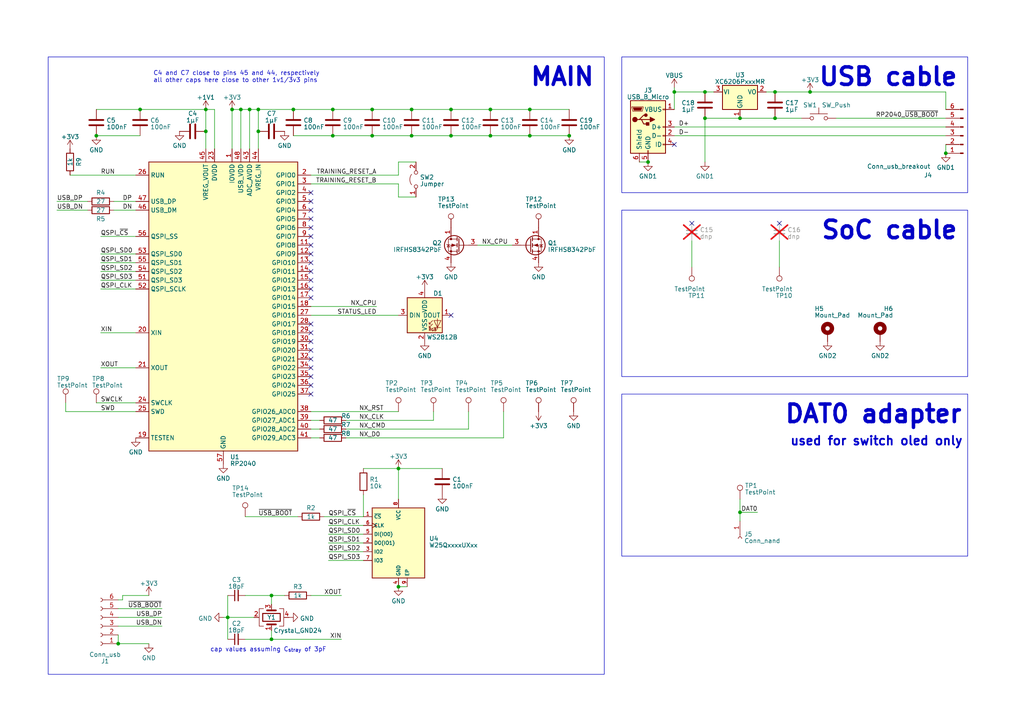
<source format=kicad_sch>
(kicad_sch (version 20230121) (generator eeschema)
  (paper "A4")
  (lib_symbols
    (symbol "Connector:Conn_01x01_Socket" (pin_names (offset 1.016) hide)
      (property "Reference" "J" (at 0 2.54 0))
      (property "Value" "Conn_01x01_Socket" (at 0 -2.54 0))
      (symbol "Conn_01x01_Socket_1_1"
        (pin passive line (at -5.08 0 0) (length 3.81) (name "Pin_1") (number "1"))
      )
    )
    (symbol "Connector:Conn_01x06_Pin" (pin_names (offset 1.016) hide)
      (property "Reference" "J" (at 0 7.62 0))
      (property "Value" "Conn_01x06_Pin" (at 0 -10.16 0))
      (symbol "Conn_01x06_Pin_1_1"
        (pin passive line (at 5.08 5.08 180) (length 3.81) (name "Pin_1") (number "1"))
        (pin passive line (at 5.08 2.54 180) (length 3.81) (name "Pin_2") (number "2"))
        (pin passive line (at 5.08 0 180) (length 3.81) (name "Pin_3") (number "3"))
        (pin passive line (at 5.08 -2.54 180) (length 3.81) (name "Pin_4") (number "4"))
        (pin passive line (at 5.08 -5.08 180) (length 3.81) (name "Pin_5") (number "5"))
        (pin passive line (at 5.08 -7.62 180) (length 3.81) (name "Pin_6") (number "6"))
      )
    )
    (symbol "Connector:Conn_01x06_Socket" (pin_names (offset 1.016) hide)
      (property "Reference" "J" (at 0 7.62 0))
      (property "Value" "Conn_01x06_Socket" (at 0 -10.16 0))
      (symbol "Conn_01x06_Socket_1_1"
        (pin passive line (at -5.08 5.08 0) (length 3.81) (name "Pin_1") (number "1"))
        (pin passive line (at -5.08 2.54 0) (length 3.81) (name "Pin_2") (number "2"))
        (pin passive line (at -5.08 0 0) (length 3.81) (name "Pin_3") (number "3"))
        (pin passive line (at -5.08 -2.54 0) (length 3.81) (name "Pin_4") (number "4"))
        (pin passive line (at -5.08 -5.08 0) (length 3.81) (name "Pin_5") (number "5"))
        (pin passive line (at -5.08 -7.62 0) (length 3.81) (name "Pin_6") (number "6"))
      )
    )
    (symbol "Connector:TestPoint" (pin_numbers hide) (pin_names (offset 0.762) hide)
      (property "Reference" "TP" (at 0 6.858 0))
      (property "Value" "TestPoint" (at 0 5.08 0))
      (symbol "TestPoint_1_1"
        (pin passive line (at 0 0 90) (length 2.54) (name "1") (number "1"))
      )
    )
    (symbol "Connector:USB_B_Micro" (pin_names (offset 1.016))
      (property "Reference" "J" (at -5.08 11.43 0))
      (property "Value" "USB_B_Micro" (at -5.08 8.89 0))
      (symbol "USB_B_Micro_1_1"
        (pin power_out line (at 7.62 5.08 180) (length 2.54) (name "VBUS") (number "1"))
        (pin bidirectional line (at 7.62 -2.54 180) (length 2.54) (name "D-") (number "2"))
        (pin bidirectional line (at 7.62 0 180) (length 2.54) (name "D+") (number "3"))
        (pin passive line (at 7.62 -5.08 180) (length 2.54) (name "ID") (number "4"))
        (pin power_out line (at 0 -10.16 90) (length 2.54) (name "GND") (number "5"))
        (pin passive line (at -2.54 -10.16 90) (length 2.54) (name "Shield") (number "6"))
      )
    )
    (symbol "Device:C" (pin_numbers hide) (pin_names (offset 0.254))
      (property "Reference" "C" (at 0.635 2.54 0))
      (property "Value" "C" (at 0.635 -2.54 0))
      (symbol "C_1_1"
        (pin passive line (at 0 3.81 270) (length 2.794) (name "~") (number "1"))
        (pin passive line (at 0 -3.81 90) (length 2.794) (name "~") (number "2"))
      )
    )
    (symbol "Device:C_Small" (pin_numbers hide) (pin_names (offset 0.254) hide)
      (property "Reference" "C" (at 0.254 1.778 0))
      (property "Value" "C_Small" (at 0.254 -2.032 0))
      (symbol "C_Small_1_1"
        (pin passive line (at 0 2.54 270) (length 2.032) (name "~") (number "1"))
        (pin passive line (at 0 -2.54 90) (length 2.032) (name "~") (number "2"))
      )
    )
    (symbol "Device:Crystal_GND24" (pin_names (offset 1.016) hide)
      (property "Reference" "Y" (at 3.175 5.08 0))
      (property "Value" "Crystal_GND24" (at 3.175 3.175 0))
      (symbol "Crystal_GND24_1_1"
        (pin passive line (at -3.81 0 0) (length 1.27) (name "1") (number "1"))
        (pin passive line (at 0 5.08 270) (length 1.27) (name "2") (number "2"))
        (pin passive line (at 3.81 0 180) (length 1.27) (name "3") (number "3"))
        (pin passive line (at 0 -5.08 90) (length 1.27) (name "4") (number "4"))
      )
    )
    (symbol "Device:R" (pin_numbers hide) (pin_names (offset 0))
      (property "Reference" "R" (at 2.032 0 90))
      (property "Value" "R" (at 0 0 90))
      (symbol "R_1_1"
        (pin passive line (at 0 3.81 270) (length 1.27) (name "~") (number "1"))
        (pin passive line (at 0 -3.81 90) (length 1.27) (name "~") (number "2"))
      )
    )
    (symbol "Jumper:Jumper_2_Open" (pin_names (offset 0) hide)
      (property "Reference" "JP" (at 0 2.794 0))
      (property "Value" "Jumper_2_Open" (at 0 -2.286 0))
      (symbol "Jumper_2_Open_1_1"
        (pin passive line (at -5.08 0 0) (length 2.54) (name "A") (number "1"))
        (pin passive line (at 5.08 0 180) (length 2.54) (name "B") (number "2"))
      )
    )
    (symbol "MCU_RaspberryPi:RP2040"
      (property "Reference" "U" (at 17.78 45.72 0))
      (property "Value" "RP2040" (at 17.78 43.18 0))
      (symbol "RP2040_1_1"
        (pin power_in line (at 2.54 45.72 270) (length 3.81) (name "IOVDD") (number "1"))
        (pin passive line (at 2.54 45.72 270) (length 3.81) hide (name "IOVDD") (number "10"))
        (pin bidirectional line (at 25.4 17.78 180) (length 3.81) (name "GPIO8") (number "11"))
        (pin bidirectional line (at 25.4 15.24 180) (length 3.81) (name "GPIO9") (number "12"))
        (pin bidirectional line (at 25.4 12.7 180) (length 3.81) (name "GPIO10") (number "13"))
        (pin bidirectional line (at 25.4 10.16 180) (length 3.81) (name "GPIO11") (number "14"))
        (pin bidirectional line (at 25.4 7.62 180) (length 3.81) (name "GPIO12") (number "15"))
        (pin bidirectional line (at 25.4 5.08 180) (length 3.81) (name "GPIO13") (number "16"))
        (pin bidirectional line (at 25.4 2.54 180) (length 3.81) (name "GPIO14") (number "17"))
        (pin bidirectional line (at 25.4 0 180) (length 3.81) (name "GPIO15") (number "18"))
        (pin input line (at -25.4 -38.1 0) (length 3.81) (name "TESTEN") (number "19"))
        (pin bidirectional line (at 25.4 38.1 180) (length 3.81) (name "GPIO0") (number "2"))
        (pin input line (at -25.4 -7.62 0) (length 3.81) (name "XIN") (number "20"))
        (pin passive line (at -25.4 -17.78 0) (length 3.81) (name "XOUT") (number "21"))
        (pin passive line (at 2.54 45.72 270) (length 3.81) hide (name "IOVDD") (number "22"))
        (pin power_in line (at -2.54 45.72 270) (length 3.81) (name "DVDD") (number "23"))
        (pin input line (at -25.4 -27.94 0) (length 3.81) (name "SWCLK") (number "24"))
        (pin bidirectional line (at -25.4 -30.48 0) (length 3.81) (name "SWD") (number "25"))
        (pin input line (at -25.4 38.1 0) (length 3.81) (name "RUN") (number "26"))
        (pin bidirectional line (at 25.4 -2.54 180) (length 3.81) (name "GPIO16") (number "27"))
        (pin bidirectional line (at 25.4 -5.08 180) (length 3.81) (name "GPIO17") (number "28"))
        (pin bidirectional line (at 25.4 -7.62 180) (length 3.81) (name "GPIO18") (number "29"))
        (pin bidirectional line (at 25.4 35.56 180) (length 3.81) (name "GPIO1") (number "3"))
        (pin bidirectional line (at 25.4 -10.16 180) (length 3.81) (name "GPIO19") (number "30"))
        (pin bidirectional line (at 25.4 -12.7 180) (length 3.81) (name "GPIO20") (number "31"))
        (pin bidirectional line (at 25.4 -15.24 180) (length 3.81) (name "GPIO21") (number "32"))
        (pin passive line (at 2.54 45.72 270) (length 3.81) hide (name "IOVDD") (number "33"))
        (pin bidirectional line (at 25.4 -17.78 180) (length 3.81) (name "GPIO22") (number "34"))
        (pin bidirectional line (at 25.4 -20.32 180) (length 3.81) (name "GPIO23") (number "35"))
        (pin bidirectional line (at 25.4 -22.86 180) (length 3.81) (name "GPIO24") (number "36"))
        (pin bidirectional line (at 25.4 -25.4 180) (length 3.81) (name "GPIO25") (number "37"))
        (pin bidirectional line (at 25.4 -30.48 180) (length 3.81) (name "GPIO26_ADC0") (number "38"))
        (pin bidirectional line (at 25.4 -33.02 180) (length 3.81) (name "GPIO27_ADC1") (number "39"))
        (pin bidirectional line (at 25.4 33.02 180) (length 3.81) (name "GPIO2") (number "4"))
        (pin bidirectional line (at 25.4 -35.56 180) (length 3.81) (name "GPIO28_ADC2") (number "40"))
        (pin bidirectional line (at 25.4 -38.1 180) (length 3.81) (name "GPIO29_ADC3") (number "41"))
        (pin passive line (at 2.54 45.72 270) (length 3.81) hide (name "IOVDD") (number "42"))
        (pin power_in line (at 7.62 45.72 270) (length 3.81) (name "ADC_AVDD") (number "43"))
        (pin power_in line (at 10.16 45.72 270) (length 3.81) (name "VREG_IN") (number "44"))
        (pin power_out line (at -5.08 45.72 270) (length 3.81) (name "VREG_VOUT") (number "45"))
        (pin bidirectional line (at -25.4 27.94 0) (length 3.81) (name "USB_DM") (number "46"))
        (pin bidirectional line (at -25.4 30.48 0) (length 3.81) (name "USB_DP") (number "47"))
        (pin power_in line (at 5.08 45.72 270) (length 3.81) (name "USB_VDD") (number "48"))
        (pin passive line (at 2.54 45.72 270) (length 3.81) hide (name "IOVDD") (number "49"))
        (pin bidirectional line (at 25.4 30.48 180) (length 3.81) (name "GPIO3") (number "5"))
        (pin passive line (at -2.54 45.72 270) (length 3.81) hide (name "DVDD") (number "50"))
        (pin bidirectional line (at -25.4 7.62 0) (length 3.81) (name "QSPI_SD3") (number "51"))
        (pin output line (at -25.4 5.08 0) (length 3.81) (name "QSPI_SCLK") (number "52"))
        (pin bidirectional line (at -25.4 15.24 0) (length 3.81) (name "QSPI_SD0") (number "53"))
        (pin bidirectional line (at -25.4 10.16 0) (length 3.81) (name "QSPI_SD2") (number "54"))
        (pin bidirectional line (at -25.4 12.7 0) (length 3.81) (name "QSPI_SD1") (number "55"))
        (pin bidirectional line (at -25.4 20.32 0) (length 3.81) (name "QSPI_SS") (number "56"))
        (pin power_in line (at 0 -45.72 90) (length 3.81) (name "GND") (number "57"))
        (pin bidirectional line (at 25.4 27.94 180) (length 3.81) (name "GPIO4") (number "6"))
        (pin bidirectional line (at 25.4 25.4 180) (length 3.81) (name "GPIO5") (number "7"))
        (pin bidirectional line (at 25.4 22.86 180) (length 3.81) (name "GPIO6") (number "8"))
        (pin bidirectional line (at 25.4 20.32 180) (length 3.81) (name "GPIO7") (number "9"))
      )
    )
    (symbol "Mechanical:MountingHole_Pad" (pin_numbers hide) (pin_names (offset 1.016) hide)
      (property "Reference" "H" (at 0 6.35 0))
      (property "Value" "MountingHole_Pad" (at 0 4.445 0))
      (symbol "MountingHole_Pad_1_1"
        (pin input line (at 0 -2.54 90) (length 2.54) (name "1") (number "1"))
      )
    )
    (symbol "Regulator_Linear:XC6206PxxxMR" (pin_names (offset 0.254))
      (property "Reference" "U" (at -3.81 3.175 0))
      (property "Value" "XC6206PxxxMR" (at 0 3.175 0))
      (symbol "XC6206PxxxMR_1_1"
        (pin power_in line (at 0 -7.62 90) (length 2.54) (name "GND") (number "1"))
        (pin power_out line (at 7.62 0 180) (length 2.54) (name "VO") (number "2"))
        (pin power_in line (at -7.62 0 0) (length 2.54) (name "VI") (number "3"))
      )
    )
    (symbol "Switch:SW_Push" (pin_numbers hide) (pin_names (offset 1.016) hide)
      (property "Reference" "SW" (at 1.27 2.54 0))
      (property "Value" "SW_Push" (at 0 -1.524 0))
      (symbol "SW_Push_0_1"
        (pin passive line (at -5.08 0 0) (length 2.54) (name "1") (number "1"))
        (pin passive line (at 5.08 0 180) (length 2.54) (name "2") (number "2"))
      )
    )
    (symbol "flexifly:IRFHS8342PbF"
      (property "Reference" "Q" (at 3.81 5.08 0))
      (property "Value" "IRFHS8342PbF" (at 10.16 2.54 0))
      (symbol "IRFHS8342PbF_1_1"
        (pin passive line (at 1.27 5.08 270) (length 2.54) (name "") (number "1"))
        (pin passive line (at 1.27 5.08 270) (length 2.54) hide (name "") (number "2"))
        (pin passive line (at -6.35 0 0) (length 2.54) (name "") (number "3"))
        (pin passive line (at 1.27 -5.08 90) (length 2.54) (name "") (number "4"))
        (pin passive line (at 1.27 5.08 270) (length 2.54) hide (name "") (number "5"))
        (pin passive line (at 1.27 5.08 270) (length 2.54) hide (name "") (number "6"))
        (pin passive line (at 1.27 -5.08 90) (length 2.54) hide (name "") (number "7"))
        (pin passive line (at 1.27 5.08 270) (length 2.54) hide (name "") (number "8"))
      )
    )
    (symbol "flexifly:W25QxxxxUXxx"
      (property "Reference" "U" (at -6.35 11.43 0))
      (property "Value" "W25QxxxxUXxx" (at -8.89 -11.43 0))
      (symbol "W25QxxxxUXxx_0_0"
        (pin input line (at -10.16 7.62 0) (length 2.54) (name "~{CS}") (number "1"))
        (pin bidirectional line (at -10.16 0 0) (length 2.54) (name "DO(IO1)") (number "2"))
        (pin bidirectional line (at -10.16 -2.54 0) (length 2.54) (name "IO2") (number "3"))
        (pin power_in line (at 0 -12.7 90) (length 2.54) (name "GND") (number "4"))
        (pin bidirectional line (at -10.16 2.54 0) (length 2.54) (name "DI(IO0)") (number "5"))
        (pin input clock (at -10.16 5.08 0) (length 2.54) (name "CLK") (number "6"))
        (pin bidirectional line (at -10.16 -5.08 0) (length 2.54) (name "IO3") (number "7"))
      )
      (symbol "W25QxxxxUXxx_1_0"
        (pin power_in line (at 0 12.7 270) (length 2.54) (name "VCC") (number "8"))
        (pin power_in line (at 2.54 -12.7 90) (length 2.54) (name "EP") (number "9"))
      )
    )
    (symbol "flexifly:WS2812B-2020"
      (property "Reference" "U" (at 3.81 6.35 0))
      (property "Value" "WS2812B-2020" (at 0 0 0))
      (symbol "WS2812B-2020_0_0"
        (text "RGB" (at 2.286 -4.191 0) (effects (font (size 0.762 0.762))))
      )
      (symbol "WS2812B-2020_1_1"
        (pin output line (at 7.62 0 180) (length 2.54) (name "DOUT") (number "1"))
        (pin power_in line (at 0 -7.62 90) (length 2.54) (name "VSS") (number "2"))
        (pin input line (at -7.62 0 0) (length 2.54) (name "DIN") (number "3"))
        (pin power_in line (at 0 7.62 270) (length 2.54) (name "VDD") (number "4"))
      )
    )
    (symbol "power:+1V1" (power) (pin_names (offset 0))
      (property "Value" "+1V1" (at 0 3.556 0))
      (symbol "+1V1_1_1"
        (pin power_in line (at 0 0 90) (length 0) hide (name "+1V1") (number "1"))
      )
    )
    (symbol "power:+3V3" (power) (pin_names (offset 0))
      (property "Value" "+3V3" (at 0 3.556 0))
      (symbol "+3V3_1_1"
        (pin power_in line (at 0 0 90) (length 0) hide (name "+3V3") (number "1"))
      )
    )
    (symbol "power:GND" (power) (pin_names (offset 0))
      (property "Value" "GND" (at 0 -3.81 0))
      (symbol "GND_1_1"
        (pin power_in line (at 0 0 270) (length 0) hide (name "GND") (number "1"))
      )
    )
    (symbol "power:GND1" (power) (pin_names (offset 0))
      (property "Value" "GND1" (at 0 -3.81 0))
      (symbol "GND1_1_1"
        (pin power_in line (at 0 0 270) (length 0) hide (name "GND1") (number "1"))
      )
    )
    (symbol "power:GND2" (power) (pin_names (offset 0))
      (property "Value" "GND2" (at 0 -3.81 0))
      (symbol "GND2_1_1"
        (pin power_in line (at 0 0 270) (length 0) hide (name "GND2") (number "1"))
      )
    )
    (symbol "power:VBUS" (power) (pin_names (offset 0))
      (property "Value" "VBUS" (at 0 3.81 0))
      (symbol "VBUS_1_1"
        (pin power_in line (at 0 0 90) (length 0) hide (name "VBUS") (number "1"))
      )
    )
  )
  (junction (at 27.94 39.37))
  (junction (at 85.09 31.75))
  (junction (at 214.63 34.29))
  (junction (at 214.63 148.59))
  (junction (at 74.93 31.75))
  (junction (at 204.47 34.29))
  (junction (at 34.29 186.69))
  (junction (at 59.69 38.1))
  (junction (at 224.79 34.29))
  (junction (at 96.52 31.75))
  (junction (at 234.95 26.67))
  (junction (at 66.04 179.07))
  (junction (at 119.38 39.37))
  (junction (at 130.81 31.75))
  (junction (at 72.39 31.75))
  (junction (at 96.52 39.37))
  (junction (at 165.1 39.37))
  (junction (at 142.24 31.75))
  (junction (at 204.47 26.67))
  (junction (at 187.96 46.99))
  (junction (at 78.74 185.42))
  (junction (at 153.67 39.37))
  (junction (at 119.38 31.75))
  (junction (at 195.58 26.67))
  (junction (at 69.85 31.75))
  (junction (at 67.31 31.75))
  (junction (at 107.95 31.75))
  (junction (at 224.79 26.67))
  (junction (at 142.24 39.37))
  (junction (at 78.74 172.72))
  (junction (at 59.69 31.75))
  (junction (at 130.81 39.37))
  (junction (at 115.57 135.89))
  (junction (at 40.64 31.75))
  (junction (at 115.57 170.18))
  (junction (at 274.32 44.45))
  (junction (at 74.93 38.1))
  (junction (at 153.67 31.75))
  (junction (at 107.95 39.37))
  (no_connect (at 90.17 71.12))
  (no_connect (at 90.17 60.96))
  (no_connect (at 90.17 99.06))
  (no_connect (at 90.17 68.58))
  (no_connect (at 90.17 114.3))
  (no_connect (at 195.58 41.91))
  (no_connect (at 90.17 109.22))
  (no_connect (at 90.17 63.5))
  (no_connect (at 90.17 104.14))
  (no_connect (at 90.17 93.98))
  (no_connect (at 90.17 55.88))
  (no_connect (at 90.17 106.68))
  (no_connect (at 90.17 111.76))
  (no_connect (at 90.17 83.82))
  (no_connect (at 90.17 73.66))
  (no_connect (at 90.17 96.52))
  (no_connect (at 90.17 86.36))
  (no_connect (at 90.17 76.2))
  (no_connect (at 90.17 81.28))
  (no_connect (at 226.06 64.77))
  (no_connect (at 130.81 91.44))
  (no_connect (at 90.17 78.74))
  (no_connect (at 90.17 66.04))
  (no_connect (at 90.17 58.42))
  (no_connect (at 200.66 64.77))
  (no_connect (at 90.17 101.6))
  (wire (pts (xy 115.57 57.15) (xy 120.65 57.15)))
  (wire (pts (xy 224.79 26.67) (xy 234.95 26.67)))
  (wire (pts (xy 242.57 34.29) (xy 274.32 34.29)))
  (wire (pts (xy 71.12 149.86) (xy 86.36 149.86)))
  (wire (pts (xy 195.58 36.83) (xy 274.32 36.83)))
  (wire (pts (xy 138.43 71.12) (xy 148.59 71.12)))
  (wire (pts (xy 224.79 34.29) (xy 232.41 34.29)))
  (wire (pts (xy 78.74 182.88) (xy 78.74 185.42)))
  (wire (pts (xy 72.39 31.75) (xy 72.39 43.18)))
  (wire (pts (xy 95.25 152.4) (xy 105.41 152.4)))
  (wire (pts (xy 71.12 172.72) (xy 78.74 172.72)))
  (wire (pts (xy 33.02 60.96) (xy 39.37 60.96)))
  (wire (pts (xy 100.33 124.46) (xy 135.89 124.46)))
  (wire (pts (xy 66.04 179.07) (xy 73.66 179.07)))
  (wire (pts (xy 195.58 39.37) (xy 274.32 39.37)))
  (wire (pts (xy 214.63 148.59) (xy 214.63 151.13)))
  (wire (pts (xy 130.81 31.75) (xy 142.24 31.75)))
  (wire (pts (xy 29.21 106.68) (xy 39.37 106.68)))
  (wire (pts (xy 115.57 53.34) (xy 115.57 57.15)))
  (wire (pts (xy 78.74 172.72) (xy 78.74 175.26)))
  (wire (pts (xy 34.29 186.69) (xy 43.18 186.69)))
  (wire (pts (xy 95.25 157.48) (xy 105.41 157.48)))
  (wire (pts (xy 66.04 179.07) (xy 66.04 185.42)))
  (wire (pts (xy 95.25 162.56) (xy 105.41 162.56)))
  (wire (pts (xy 20.32 50.8) (xy 39.37 50.8)))
  (wire (pts (xy 93.98 149.86) (xy 105.41 149.86)))
  (wire (pts (xy 100.33 127) (xy 146.05 127)))
  (wire (pts (xy 153.67 39.37) (xy 165.1 39.37)))
  (wire (pts (xy 66.04 172.72) (xy 66.04 179.07)))
  (wire (pts (xy 119.38 39.37) (xy 130.81 39.37)))
  (wire (pts (xy 16.51 58.42) (xy 25.4 58.42)))
  (wire (pts (xy 35.56 172.72) (xy 43.18 172.72)))
  (wire (pts (xy 27.94 31.75) (xy 40.64 31.75)))
  (wire (pts (xy 226.06 69.85) (xy 226.06 77.47)))
  (wire (pts (xy 120.65 46.99) (xy 115.57 46.99)))
  (wire (pts (xy 96.52 39.37) (xy 107.95 39.37)))
  (wire (pts (xy 95.25 154.94) (xy 105.41 154.94)))
  (wire (pts (xy 74.93 38.1) (xy 74.93 43.18)))
  (wire (pts (xy 130.81 39.37) (xy 142.24 39.37)))
  (wire (pts (xy 16.51 60.96) (xy 25.4 60.96)))
  (wire (pts (xy 29.21 73.66) (xy 39.37 73.66)))
  (wire (pts (xy 74.93 31.75) (xy 85.09 31.75)))
  (wire (pts (xy 119.38 31.75) (xy 130.81 31.75)))
  (wire (pts (xy 29.21 83.82) (xy 39.37 83.82)))
  (wire (pts (xy 214.63 34.29) (xy 224.79 34.29)))
  (wire (pts (xy 29.21 78.74) (xy 39.37 78.74)))
  (wire (pts (xy 234.95 26.67) (xy 274.32 26.67)))
  (wire (pts (xy 62.23 31.75) (xy 62.23 43.18)))
  (wire (pts (xy 64.77 179.07) (xy 66.04 179.07)))
  (wire (pts (xy 204.47 34.29) (xy 204.47 46.99)))
  (wire (pts (xy 46.99 181.61) (xy 34.29 181.61)))
  (wire (pts (xy 90.17 53.34) (xy 115.57 53.34)))
  (wire (pts (xy 35.56 173.99) (xy 34.29 173.99)))
  (wire (pts (xy 95.25 160.02) (xy 105.41 160.02)))
  (wire (pts (xy 142.24 39.37) (xy 153.67 39.37)))
  (wire (pts (xy 107.95 39.37) (xy 119.38 39.37)))
  (wire (pts (xy 59.69 43.18) (xy 59.69 38.1)))
  (wire (pts (xy 90.17 119.38) (xy 115.57 119.38)))
  (wire (pts (xy 78.74 172.72) (xy 82.55 172.72)))
  (wire (pts (xy 29.21 76.2) (xy 39.37 76.2)))
  (wire (pts (xy 115.57 46.99) (xy 115.57 50.8)))
  (wire (pts (xy 214.63 148.59) (xy 219.71 148.59)))
  (wire (pts (xy 74.93 31.75) (xy 74.93 38.1)))
  (wire (pts (xy 96.52 31.75) (xy 107.95 31.75)))
  (wire (pts (xy 135.89 119.38) (xy 135.89 124.46)))
  (wire (pts (xy 115.57 135.89) (xy 115.57 144.78)))
  (wire (pts (xy 195.58 26.67) (xy 195.58 31.75)))
  (wire (pts (xy 85.09 31.75) (xy 96.52 31.75)))
  (wire (pts (xy 34.29 184.15) (xy 34.29 186.69)))
  (wire (pts (xy 29.21 96.52) (xy 39.37 96.52)))
  (wire (pts (xy 67.31 31.75) (xy 69.85 31.75)))
  (wire (pts (xy 78.74 185.42) (xy 99.06 185.42)))
  (wire (pts (xy 274.32 31.75) (xy 274.32 26.67)))
  (wire (pts (xy 59.69 31.75) (xy 59.69 38.1)))
  (wire (pts (xy 90.17 127) (xy 92.71 127)))
  (wire (pts (xy 214.63 144.78) (xy 214.63 148.59)))
  (wire (pts (xy 200.66 69.85) (xy 200.66 77.47)))
  (wire (pts (xy 67.31 31.75) (xy 67.31 43.18)))
  (wire (pts (xy 125.73 119.38) (xy 125.73 121.92)))
  (wire (pts (xy 142.24 31.75) (xy 153.67 31.75)))
  (wire (pts (xy 274.32 41.91) (xy 274.32 44.45)))
  (wire (pts (xy 195.58 25.4) (xy 195.58 26.67)))
  (wire (pts (xy 90.17 121.92) (xy 92.71 121.92)))
  (wire (pts (xy 69.85 31.75) (xy 69.85 43.18)))
  (wire (pts (xy 35.56 172.72) (xy 35.56 173.99)))
  (wire (pts (xy 90.17 91.44) (xy 115.57 91.44)))
  (wire (pts (xy 115.57 170.18) (xy 118.11 170.18)))
  (wire (pts (xy 105.41 135.89) (xy 115.57 135.89)))
  (wire (pts (xy 204.47 34.29) (xy 214.63 34.29)))
  (wire (pts (xy 153.67 31.75) (xy 165.1 31.75)))
  (wire (pts (xy 69.85 31.75) (xy 72.39 31.75)))
  (wire (pts (xy 100.33 121.92) (xy 125.73 121.92)))
  (wire (pts (xy 85.09 39.37) (xy 96.52 39.37)))
  (wire (pts (xy 29.21 81.28) (xy 39.37 81.28)))
  (wire (pts (xy 19.05 119.38) (xy 19.05 116.84)))
  (wire (pts (xy 107.95 31.75) (xy 119.38 31.75)))
  (wire (pts (xy 33.02 58.42) (xy 39.37 58.42)))
  (wire (pts (xy 185.42 46.99) (xy 187.96 46.99)))
  (wire (pts (xy 27.94 116.84) (xy 39.37 116.84)))
  (wire (pts (xy 90.17 88.9) (xy 109.22 88.9)))
  (wire (pts (xy 29.21 68.58) (xy 39.37 68.58)))
  (wire (pts (xy 40.64 31.75) (xy 59.69 31.75)))
  (wire (pts (xy 90.17 172.72) (xy 99.06 172.72)))
  (wire (pts (xy 46.99 179.07) (xy 34.29 179.07)))
  (wire (pts (xy 72.39 31.75) (xy 74.93 31.75)))
  (wire (pts (xy 78.74 185.42) (xy 71.12 185.42)))
  (wire (pts (xy 146.05 119.38) (xy 146.05 127)))
  (wire (pts (xy 222.25 26.67) (xy 224.79 26.67)))
  (wire (pts (xy 90.17 124.46) (xy 92.71 124.46)))
  (wire (pts (xy 19.05 119.38) (xy 39.37 119.38)))
  (wire (pts (xy 27.94 39.37) (xy 40.64 39.37)))
  (wire (pts (xy 204.47 26.67) (xy 207.01 26.67)))
  (wire (pts (xy 115.57 135.89) (xy 128.27 135.89)))
  (wire (pts (xy 105.41 143.51) (xy 105.41 149.86)))
  (wire (pts (xy 59.69 31.75) (xy 62.23 31.75)))
  (wire (pts (xy 195.58 26.67) (xy 204.47 26.67)))
  (wire (pts (xy 90.17 50.8) (xy 115.57 50.8)))
  (wire (pts (xy 34.29 176.53) (xy 46.99 176.53)))
  (rectangle (start 180.34 114.3) (end 280.67 161.29))
  (rectangle (start 180.34 16.51) (end 280.67 55.88))
  (rectangle (start 180.34 60.96) (end 280.67 109.22))
  (rectangle (start 13.97 16.51) (end 175.26 195.58))
  (text "DAT0 adapter" (at 279.4 123.19 0) (effects (font (size 5.08 5.08) (thickness 1.016) bold) (justify right bottom)))
  (text "C4 and C7 close to pins 45 and 44, respectively\nall other caps here close to other 1v1/3v3 pins" (at 44.45 24.13 0) (effects (font (size 1.27 1.27)) (justify left bottom)))
  (text "MAIN" (at 172.72 25.4 0) (effects (font (size 5.08 5.08) (thickness 1.016) bold) (justify right bottom)))
  (text "SoC cable" (at 278.13 69.85 0) (effects (font (size 5.08 5.08) (thickness 1.016) bold) (justify right bottom)))
  (text "cap values assuming C_{stray} of 3pF" (at 60.96 189.23 0) (effects (font (size 1.27 1.27)) (justify left bottom)))
  (text "USB cable" (at 278.13 25.4 0) (effects (font (size 5.08 5.08) (thickness 1.016) bold) (justify right bottom)))
  (text "used for switch oled only" (at 279.4 129.54 0) (effects (font (size 2.54 2.54) (thickness 0.508) bold) (justify right bottom)))
  (label "USB_DP" (at 46.99 179.07 180))
  (label "QSPI_SD0" (at 95.25 154.94 0))
  (label "NX_D0" (at 104.14 127 0))
  (label "QSPI_SD1" (at 29.21 76.2 0))
  (label "XIN" (at 99.06 185.42 180))
  (label "RUN" (at 29.21 50.8 0))
  (label "STATUS_LED" (at 109.22 91.44 180))
  (label "USB_DN" (at 46.99 181.61 180))
  (label "USB_DN" (at 16.51 60.96 0))
  (label "QSPI_CLK" (at 95.25 152.4 0))
  (label "SWCLK" (at 29.21 116.84 0))
  (label "D-" (at 196.85 39.37 0))
  (label "DP" (at 35.56 58.42 0))
  (label "~{USB_BOOT}" (at 46.99 176.53 180))
  (label "D+" (at 196.85 36.83 0))
  (label "NX_CPU" (at 109.22 88.9 180))
  (label "QSPI_SD3" (at 29.21 81.28 0))
  (label "QSPI_SD2" (at 95.25 160.02 0))
  (label "DAT0" (at 219.71 148.59 180))
  (label "~{USB_BOOT}" (at 74.93 149.86 0))
  (label "NX_CMD" (at 104.14 124.46 0))
  (label "DN" (at 35.56 60.96 0))
  (label "QSPI_~{CS}" (at 95.25 149.86 0))
  (label "NX_RST" (at 104.14 119.38 0))
  (label "QSPI_SD2" (at 29.21 78.74 0))
  (label "NX_CLK" (at 104.14 121.92 0))
  (label "USB_DP" (at 16.51 58.42 0))
  (label "TRAINING_RESET_A" (at 109.22 50.8 180))
  (label "RP2040_~{USB_BOOT}" (at 254 34.29 0))
  (label "NX_CPU" (at 147.32 71.12 180))
  (label "XOUT" (at 99.06 172.72 180))
  (label "QSPI_SD0" (at 29.21 73.66 0))
  (label "QSPI_~{CS}" (at 29.21 68.58 0))
  (label "SWD" (at 29.21 119.38 0))
  (label "QSPI_SD3" (at 95.25 162.56 0))
  (label "XOUT" (at 29.21 106.68 0))
  (label "TRAINING_RESET_B" (at 109.22 53.34 180))
  (label "QSPI_CLK" (at 29.21 83.82 0))
  (label "QSPI_SD1" (at 95.25 157.48 0))
  (label "XIN" (at 29.21 96.52 0))
  (symbol (lib_id "Device:R") (at 90.17 149.86 90) (unit 1)
    (property "Reference" "R2" (at 90.17 147.32 90))
    (property "Value" "1k" (at 90.17 149.86 90))
    (property "Footprint" "Resistor_SMD:R_0402_1005Metric_Pad0.72x0.64mm_HandSolder" (effects hide))
    (property "LCSC" "C25543" (effects hide))
  )
  (symbol (lib_id "Device:R") (at 29.21 60.96 270) (unit 1)
    (property "Reference" "R5" (at 29.21 63.5 90))
    (property "Value" "27" (at 29.21 60.96 90))
    (property "Footprint" "Resistor_SMD:R_0402_1005Metric_Pad0.72x0.64mm_HandSolder" (effects hide))
    (property "LCSC" "C25100" (effects hide))
  )
  (symbol (lib_id "Device:R") (at 20.32 46.99 0) (unit 1)
    (property "Reference" "R9" (at 22.86 46.99 90))
    (property "Value" "1k" (at 20.32 46.99 90))
    (property "Footprint" "Resistor_SMD:R_0402_1005Metric_Pad0.72x0.64mm_HandSolder" (effects hide))
    (property "LCSC" "C25543" (effects hide))
  )
  (symbol (lib_id "Device:C") (at 85.09 35.56 180) (unit 1)
    (property "Reference" "C8" (at 88.011 34.9163 0) (effects (justify right)))
    (property "Value" "100nF" (at 88.011 36.8373 0) (effects (justify right)))
    (property "Footprint" "Capacitor_SMD:C_0402_1005Metric_Pad0.74x0.62mm_HandSolder" (effects hide))
    (property "LCSC" "C1525" (effects hide))
  )
  (symbol (lib_id "Connector:TestPoint") (at 115.57 119.38 0) (unit 1) (in_bom no)
    (property "Reference" "TP2" (at 111.76 111.109 0) (effects (justify left)))
    (property "Value" "TestPoint" (at 111.76 113.03 0) (effects (justify left)))
    (property "Footprint" "TestPoint:TestPoint_Pad_1.0x1.0mm" (effects hide))
  )
  (symbol (lib_id "Device:C") (at 55.88 38.1 90) (unit 1)
    (property "Reference" "C4" (at 55.88 32.9311 90))
    (property "Value" "1µF" (at 55.88 34.8521 90))
    (property "Footprint" "Capacitor_SMD:C_0402_1005Metric_Pad0.74x0.62mm_HandSolder" (effects hide))
    (property "LCSC" "C14445" (effects hide))
  )
  (symbol (lib_id "power:GND1") (at 204.47 46.99 0) (unit 1)
    (property "Reference" "#PWR020" (effects hide))
    (property "Value" "GND1" (at 204.47 51.1255 0))
  )
  (symbol (lib_id "Connector:USB_B_Micro") (at 187.96 36.83 0) (unit 1)
    (property "Reference" "J3" (at 187.96 26.2001 0))
    (property "Value" "USB_B_Micro" (at 187.96 28.1211 0))
    (property "Footprint" "Connector_USB:USB_Micro-B_Amphenol_10103594-0001LF_Horizontal" (effects hide))
    (property "LCSC" "C428495" (effects hide))
  )
  (symbol (lib_id "power:GND2") (at 240.03 99.06 0) (unit 1)
    (property "Reference" "#PWR034" (effects hide))
    (property "Value" "GND2" (at 240.03 103.1955 0))
  )
  (symbol (lib_id "power:GND") (at 39.37 127 0) (unit 1)
    (property "Reference" "#PWR05" (effects hide))
    (property "Value" "GND" (at 39.37 131.1355 0))
  )
  (symbol (lib_id "Connector:Conn_01x06_Pin") (at 279.4 39.37 180) (unit 1) (in_bom no)
    (property "Reference" "J4" (at 267.97 50.8 0) (effects (justify right)))
    (property "Value" "Conn_usb_breakout" (at 251.46 48.26 0) (effects (justify right)))
    (property "Footprint" "flexifly:FPC_1x06_P0.50mm" (effects hide))
  )
  (symbol (lib_id "power:GND") (at 130.81 76.2 0) (unit 1)
    (property "Reference" "#PWR011" (effects hide))
    (property "Value" "GND" (at 130.81 80.3355 0))
  )
  (symbol (lib_id "Device:R") (at 29.21 58.42 90) (unit 1)
    (property "Reference" "R4" (at 29.21 55.88 90))
    (property "Value" "27" (at 29.21 58.42 90))
    (property "Footprint" "Resistor_SMD:R_0402_1005Metric_Pad0.72x0.64mm_HandSolder" (effects hide))
    (property "LCSC" "C25100" (effects hide))
  )
  (symbol (lib_id "power:GND") (at 166.37 119.38 0) (unit 1)
    (property "Reference" "#PWR029" (effects hide))
    (property "Value" "GND" (at 166.37 123.5155 0))
  )
  (symbol (lib_id "Device:C") (at 130.81 35.56 180) (unit 1)
    (property "Reference" "C12" (at 133.731 34.9163 0) (effects (justify right)))
    (property "Value" "100nF" (at 133.731 36.8373 0) (effects (justify right)))
    (property "Footprint" "Capacitor_SMD:C_0402_1005Metric_Pad0.74x0.62mm_HandSolder" (effects hide))
    (property "LCSC" "C1525" (effects hide))
  )
  (symbol (lib_id "Connector:Conn_01x06_Socket") (at 29.21 181.61 180) (unit 1)
    (property "Reference" "J1" (at 30.48 191.77 0))
    (property "Value" "Conn_usb" (at 30.48 189.849 0))
    (property "Footprint" "flexifly:HCTL_HC-FPC-05-09-6RLTAG_1x06-1MP_P0.50mm_Horizontal" (effects hide))
    (property "LCSC" "C5213748" (effects hide))
  )
  (symbol (lib_id "Device:Crystal_GND24") (at 78.74 179.07 90) (unit 1)
    (property "Reference" "Y1" (at 78.74 179.07 90))
    (property "Value" "Crystal_GND24" (at 86.36 182.88 90))
    (property "Footprint" "Crystal:Crystal_SMD_2520-4Pin_2.5x2.0mm" (effects hide))
    (property "LCSC" "C2901718" (effects hide))
  )
  (symbol (lib_id "Connector:TestPoint") (at 130.81 66.04 0) (unit 1) (in_bom no)
    (property "Reference" "TP13" (at 127 57.769 0) (effects (justify left)))
    (property "Value" "TestPoint" (at 127 59.69 0) (effects (justify left)))
    (property "Footprint" "TestPoint:TestPoint_Pad_1.0x1.0mm" (effects hide))
  )
  (symbol (lib_id "Device:R") (at 86.36 172.72 90) (unit 1)
    (property "Reference" "R3" (at 86.36 170.18 90))
    (property "Value" "1k" (at 86.36 172.72 90))
    (property "Footprint" "Resistor_SMD:R_0402_1005Metric_Pad0.72x0.64mm_HandSolder" (effects hide))
    (property "LCSC" "C25543" (effects hide))
  )
  (symbol (lib_id "Device:C") (at 142.24 35.56 180) (unit 1)
    (property "Reference" "C13" (at 145.161 34.9163 0) (effects (justify right)))
    (property "Value" "100nF" (at 145.161 36.8373 0) (effects (justify right)))
    (property "Footprint" "Capacitor_SMD:C_0402_1005Metric_Pad0.74x0.62mm_HandSolder" (effects hide))
    (property "LCSC" "C1525" (effects hide))
  )
  (symbol (lib_id "Connector:TestPoint") (at 214.63 144.78 0) (unit 1) (in_bom no)
    (property "Reference" "TP1" (at 216.027 140.8343 0) (effects (justify left)))
    (property "Value" "TestPoint" (at 216.027 142.7553 0) (effects (justify left)))
    (property "Footprint" "TestPoint:TestPoint_Pad_1.0x1.0mm" (effects hide))
  )
  (symbol (lib_id "power:GND") (at 83.82 179.07 90) (unit 1)
    (property "Reference" "#PWR07" (effects hide))
    (property "Value" "GND" (at 86.995 179.3868 90) (effects (justify right)))
  )
  (symbol (lib_id "power:+3V3") (at 234.95 26.67 0) (unit 1)
    (property "Reference" "#PWR031" (effects hide))
    (property "Value" "+3V3" (at 234.95 23.1681 0))
  )
  (symbol (lib_id "power:GND2") (at 255.27 99.06 0) (unit 1)
    (property "Reference" "#PWR035" (effects hide))
    (property "Value" "GND2" (at 255.27 103.1955 0))
  )
  (symbol (lib_id "Connector:Conn_01x01_Socket") (at 214.63 156.21 270) (unit 1) (in_bom no)
    (property "Reference" "J5" (at 215.8492 154.9313 90) (effects (justify left)))
    (property "Value" "Conn_nand" (at 215.8492 156.8523 90) (effects (justify left)))
    (property "Footprint" "flexifly:Conn_BGA_shim_dat0" (effects hide))
  )
  (symbol (lib_id "Device:C") (at 96.52 35.56 180) (unit 1)
    (property "Reference" "C9" (at 99.441 34.9163 0) (effects (justify right)))
    (property "Value" "100nF" (at 99.441 36.8373 0) (effects (justify right)))
    (property "Footprint" "Capacitor_SMD:C_0402_1005Metric_Pad0.74x0.62mm_HandSolder" (effects hide))
    (property "LCSC" "C1525" (effects hide))
  )
  (symbol (lib_id "Connector:TestPoint") (at 156.21 66.04 0) (unit 1) (in_bom no)
    (property "Reference" "TP12" (at 152.4 57.769 0) (effects (justify left)))
    (property "Value" "TestPoint" (at 152.4 59.69 0) (effects (justify left)))
    (property "Footprint" "TestPoint:TestPoint_Pad_1.0x1.0mm" (effects hide))
  )
  (symbol (lib_id "power:+3V3") (at 123.19 83.82 0) (unit 1)
    (property "Reference" "#PWR017" (effects hide))
    (property "Value" "+3V3" (at 123.19 80.3181 0))
  )
  (symbol (lib_id "Device:C") (at 165.1 35.56 180) (unit 1)
    (property "Reference" "C19" (at 168.021 34.9163 0) (effects (justify right)))
    (property "Value" "100nF" (at 168.021 36.8373 0) (effects (justify right)))
    (property "Footprint" "Capacitor_SMD:C_0402_1005Metric_Pad0.74x0.62mm_HandSolder" (effects hide))
    (property "LCSC" "C1525" (effects hide))
  )
  (symbol (lib_id "Jumper:Jumper_2_Open") (at 120.65 52.07 90) (unit 1) (in_bom no)
    (property "Reference" "SW2" (at 121.793 51.4263 90) (effects (justify right)))
    (property "Value" "Jumper" (at 121.793 53.3473 90) (effects (justify right)))
    (property "Footprint" "Jumper:SolderJumper-2_P1.3mm_Open_RoundedPad1.0x1.5mm" (effects hide))
  )
  (symbol (lib_id "flexifly:W25QxxxxUXxx") (at 115.57 157.48 0) (unit 1)
    (property "Reference" "U4" (at 124.46 156.21 0) (effects (justify left)))
    (property "Value" "W25QxxxxUXxx" (at 124.46 158.131 0) (effects (justify left)))
    (property "Footprint" "flexifly:W25QxxxxUXxx" (effects hide))
    (property "LCSC" "C401672" (effects hide))
  )
  (symbol (lib_id "power:GND") (at 27.94 39.37 0) (unit 1)
    (property "Reference" "#PWR013" (effects hide))
    (property "Value" "GND" (at 27.94 43.5055 0))
  )
  (symbol (lib_id "power:VBUS") (at 195.58 25.4 0) (unit 1)
    (property "Reference" "#PWR021" (effects hide))
    (property "Value" "VBUS" (at 195.58 21.8981 0))
  )
  (symbol (lib_id "power:+3V3") (at 20.32 43.18 0) (unit 1)
    (property "Reference" "#PWR032" (effects hide))
    (property "Value" "+3V3" (at 20.32 39.6781 0))
  )
  (symbol (lib_id "Connector:TestPoint") (at 156.21 119.38 0) (unit 1) (in_bom no)
    (property "Reference" "TP6" (at 152.4 111.109 0) (effects (justify left)))
    (property "Value" "TestPoint" (at 152.4 113.03 0) (effects (justify left)))
    (property "Footprint" "TestPoint:TestPoint_Pad_1.0x1.0mm" (effects hide))
  )
  (symbol (lib_id "Connector:TestPoint") (at 125.73 119.38 0) (unit 1) (in_bom no)
    (property "Reference" "TP3" (at 121.92 111.109 0) (effects (justify left)))
    (property "Value" "TestPoint" (at 121.92 113.03 0) (effects (justify left)))
    (property "Footprint" "TestPoint:TestPoint_Pad_1.0x1.0mm" (effects hide))
  )
  (symbol (lib_id "Connector:TestPoint") (at 71.12 149.86 0) (unit 1) (in_bom no)
    (property "Reference" "TP14" (at 67.31 141.589 0) (effects (justify left)))
    (property "Value" "TestPoint" (at 67.31 143.51 0) (effects (justify left)))
    (property "Footprint" "TestPoint:TestPoint_Pad_1.0x1.0mm" (effects hide))
  )
  (symbol (lib_id "power:GND") (at 165.1 39.37 0) (unit 1)
    (property "Reference" "#PWR033" (effects hide))
    (property "Value" "GND" (at 165.1 43.5055 0))
  )
  (symbol (lib_id "Device:C") (at 107.95 35.56 180) (unit 1)
    (property "Reference" "C10" (at 110.871 34.9163 0) (effects (justify right)))
    (property "Value" "100nF" (at 110.871 36.8373 0) (effects (justify right)))
    (property "Footprint" "Capacitor_SMD:C_0402_1005Metric_Pad0.74x0.62mm_HandSolder" (effects hide))
    (property "LCSC" "C1525" (effects hide))
  )
  (symbol (lib_id "Mechanical:MountingHole_Pad") (at 240.03 96.52 0) (unit 1) (in_bom no)
    (property "Reference" "H5" (at 236.22 89.519 0) (effects (justify left)))
    (property "Value" "Mount_Pad" (at 236.22 91.44 0) (effects (justify left)))
    (property "Footprint" "TestPoint:TestPoint_Pad_2.0x2.0mm" (effects hide))
  )
  (symbol (lib_id "power:+1V1") (at 59.69 31.75 0) (unit 1)
    (property "Reference" "#PWR014" (effects hide))
    (property "Value" "+1V1" (at 59.69 28.2481 0))
  )
  (symbol (lib_id "Device:C") (at 27.94 35.56 180) (unit 1)
    (property "Reference" "C5" (at 30.861 34.9163 0) (effects (justify right)))
    (property "Value" "100nF" (at 30.861 36.8373 0) (effects (justify right)))
    (property "Footprint" "Capacitor_SMD:C_0402_1005Metric_Pad0.74x0.62mm_HandSolder" (effects hide))
    (property "LCSC" "C1525" (effects hide))
  )
  (symbol (lib_id "Device:R") (at 96.52 124.46 270) (unit 1)
    (property "Reference" "R7" (at 100.33 123.19 90))
    (property "Value" "47" (at 96.52 124.46 90))
    (property "Footprint" "Resistor_SMD:R_0402_1005Metric_Pad0.72x0.64mm_HandSolder" (effects hide))
    (property "LCSC" "C25118" (effects hide))
  )
  (symbol (lib_id "power:GND1") (at 187.96 46.99 0) (unit 1)
    (property "Reference" "#PWR019" (effects hide))
    (property "Value" "GND1" (at 187.96 51.1255 0))
  )
  (symbol (lib_id "power:GND") (at 123.19 99.06 0) (unit 1)
    (property "Reference" "#PWR018" (effects hide))
    (property "Value" "GND" (at 123.19 103.1955 0))
  )
  (symbol (lib_id "Connector:TestPoint") (at 166.37 119.38 0) (unit 1) (in_bom no)
    (property "Reference" "TP7" (at 162.56 111.109 0) (effects (justify left)))
    (property "Value" "TestPoint" (at 162.56 113.03 0) (effects (justify left)))
    (property "Footprint" "TestPoint:TestPoint_Pad_1.0x1.0mm" (effects hide))
  )
  (symbol (lib_id "power:GND") (at 64.77 134.62 0) (unit 1)
    (property "Reference" "#PWR01" (effects hide))
    (property "Value" "GND" (at 64.77 138.7555 0))
  )
  (symbol (lib_id "Device:C") (at 224.79 30.48 180) (unit 1)
    (property "Reference" "C17" (at 227.711 29.8363 0) (effects (justify right)))
    (property "Value" "1µF" (at 227.711 31.7573 0) (effects (justify right)))
    (property "Footprint" "Capacitor_SMD:C_0402_1005Metric_Pad0.74x0.62mm_HandSolder" (effects hide))
    (property "LCSC" "C14445" (effects hide))
  )
  (symbol (lib_id "Device:C") (at 128.27 139.7 0) (unit 1)
    (property "Reference" "C1" (at 131.191 139.0563 0) (effects (justify left)))
    (property "Value" "100nF" (at 131.191 140.9773 0) (effects (justify left)))
    (property "Footprint" "Capacitor_SMD:C_0402_1005Metric_Pad0.74x0.62mm_HandSolder" (effects hide))
    (property "LCSC" "C1525" (effects hide))
  )
  (symbol (lib_id "Device:C_Small") (at 200.66 67.31 180) (unit 1) (in_bom no) (dnp yes)
    (property "Reference" "C15" (at 202.9841 66.6599 0) (effects (justify right)))
    (property "Value" "dnp" (at 202.9841 68.5809 0) (effects (justify right)))
    (property "Footprint" "flexifly:APU_package_cap_conn" (effects hide))
  )
  (symbol (lib_id "Device:C") (at 119.38 35.56 180) (unit 1)
    (property "Reference" "C11" (at 122.301 34.9163 0) (effects (justify right)))
    (property "Value" "100nF" (at 122.301 36.8373 0) (effects (justify right)))
    (property "Footprint" "Capacitor_SMD:C_0402_1005Metric_Pad0.74x0.62mm_HandSolder" (effects hide))
    (property "LCSC" "C1525" (effects hide))
  )
  (symbol (lib_id "flexifly:IRFHS8342PbF") (at 132.08 71.12 0) (mirror y) (unit 1)
    (property "Reference" "Q2" (at 128.143 70.4763 0) (effects (justify left)))
    (property "Value" "IRFHS8342PbF" (at 128.143 72.3973 0) (effects (justify left)))
    (property "Footprint" "flexifly:MicroFET_2x2" (effects hide))
    (property "Datasheet" "https://eu.mouser.com/datasheet/2/196/Infineon_IRFHS8342_DataSheet_v01_01_EN-3166248.pdf" (effects hide))
    (property "LCSC" "C537911" (effects hide))
  )
  (symbol (lib_id "power:+3V3") (at 156.21 119.38 180) (unit 1)
    (property "Reference" "#PWR028" (effects hide))
    (property "Value" "+3V3" (at 156.21 123.5155 0))
  )
  (symbol (lib_id "power:GND1") (at 274.32 44.45 0) (unit 1)
    (property "Reference" "#PWR022" (effects hide))
    (property "Value" "GND1" (at 274.32 48.5855 0))
  )
  (symbol (lib_id "power:GND") (at 82.55 38.1 0) (unit 1)
    (property "Reference" "#PWR015" (effects hide))
    (property "Value" "GND" (at 82.55 42.2355 0))
  )
  (symbol (lib_id "Device:C") (at 204.47 30.48 0) (mirror y) (unit 1)
    (property "Reference" "C18" (at 201.549 29.8363 0) (effects (justify left)))
    (property "Value" "1µF" (at 201.549 31.7573 0) (effects (justify left)))
    (property "Footprint" "Capacitor_SMD:C_0402_1005Metric_Pad0.74x0.62mm_HandSolder" (effects hide))
    (property "LCSC" "C14445" (effects hide))
  )
  (symbol (lib_id "Device:C") (at 153.67 35.56 180) (unit 1)
    (property "Reference" "C14" (at 156.591 34.9163 0) (effects (justify right)))
    (property "Value" "100nF" (at 156.591 36.8373 0) (effects (justify right)))
    (property "Footprint" "Capacitor_SMD:C_0402_1005Metric_Pad0.74x0.62mm_HandSolder" (effects hide))
    (property "LCSC" "C1525" (effects hide))
  )
  (symbol (lib_id "Connector:TestPoint") (at 19.05 116.84 0) (unit 1) (in_bom no)
    (property "Reference" "TP9" (at 16.51 109.839 0) (effects (justify left)))
    (property "Value" "TestPoint" (at 16.51 111.76 0) (effects (justify left)))
    (property "Footprint" "TestPoint:TestPoint_Pad_1.0x1.0mm" (effects hide))
  )
  (symbol (lib_id "power:GND") (at 156.21 76.2 0) (unit 1)
    (property "Reference" "#PWR012" (effects hide))
    (property "Value" "GND" (at 156.21 80.3355 0))
  )
  (symbol (lib_id "Device:C") (at 40.64 35.56 180) (unit 1)
    (property "Reference" "C6" (at 43.561 34.9163 0) (effects (justify right)))
    (property "Value" "100nF" (at 43.561 36.8373 0) (effects (justify right)))
    (property "Footprint" "Capacitor_SMD:C_0402_1005Metric_Pad0.74x0.62mm_HandSolder" (effects hide))
    (property "LCSC" "C1525" (effects hide))
  )
  (symbol (lib_id "Connector:TestPoint") (at 200.66 77.47 180) (unit 1) (in_bom no)
    (property "Reference" "TP11" (at 204.47 85.741 0) (effects (justify left)))
    (property "Value" "TestPoint" (at 204.47 83.82 0) (effects (justify left)))
    (property "Footprint" "TestPoint:TestPoint_Pad_1.0x1.0mm" (effects hide))
  )
  (symbol (lib_id "Device:C_Small") (at 68.58 172.72 90) (unit 1)
    (property "Reference" "C3" (at 68.5863 168.148 90))
    (property "Value" "18pF" (at 68.5863 170.069 90))
    (property "Footprint" "Capacitor_SMD:C_0402_1005Metric_Pad0.74x0.62mm_HandSolder" (effects hide))
    (property "LCSC" "C1549" (effects hide))
  )
  (symbol (lib_id "Switch:SW_Push") (at 237.49 34.29 0) (unit 1)
    (property "Reference" "SW1" (at 234.95 30.48 0))
    (property "Value" "SW_Push" (at 242.57 30.48 0))
    (property "Footprint" "flexifly:SW_SPST_XKB_1187A-B-A-B" (effects hide))
    (property "LCSC" "C318884" (effects hide))
  )
  (symbol (lib_id "power:+3V3") (at 43.18 172.72 0) (unit 1)
    (property "Reference" "#PWR09" (effects hide))
    (property "Value" "+3V3" (at 43.18 169.2181 0))
  )
  (symbol (lib_id "flexifly:IRFHS8342PbF") (at 154.94 71.12 0) (unit 1)
    (property "Reference" "Q1" (at 158.877 70.4763 0) (effects (justify left)))
    (property "Value" "IRFHS8342PbF" (at 158.877 72.3973 0) (effects (justify left)))
    (property "Footprint" "flexifly:MicroFET_2x2" (effects hide))
    (property "Datasheet" "https://eu.mouser.com/datasheet/2/196/Infineon_IRFHS8342_DataSheet_v01_01_EN-3166248.pdf" (effects hide))
    (property "LCSC" "C537911" (effects hide))
  )
  (symbol (lib_id "Device:C_Small") (at 68.58 185.42 90) (unit 1)
    (property "Reference" "C2" (at 68.5863 180.848 90))
    (property "Value" "18pF" (at 68.5863 182.769 90))
    (property "Footprint" "Capacitor_SMD:C_0402_1005Metric_Pad0.74x0.62mm_HandSolder" (effects hide))
    (property "LCSC" "C1549" (effects hide))
  )
  (symbol (lib_id "Connector:TestPoint") (at 27.94 116.84 0) (unit 1) (in_bom no)
    (property "Reference" "TP8" (at 26.67 109.839 0) (effects (justify left)))
    (property "Value" "TestPoint" (at 26.67 111.76 0) (effects (justify left)))
    (property "Footprint" "TestPoint:TestPoint_Pad_1.0x1.0mm" (effects hide))
  )
  (symbol (lib_id "power:GND") (at 115.57 170.18 0) (unit 1)
    (property "Reference" "#PWR02" (effects hide))
    (property "Value" "GND" (at 115.57 174.3155 0))
  )
  (symbol (lib_id "flexifly:WS2812B-2020") (at 123.19 91.44 0) (unit 1)
    (property "Reference" "D1" (at 127 85.09 0))
    (property "Value" "WS2812B" (at 128.27 97.79 0))
    (property "Footprint" "LED_SMD:LED_WS2812B-2020_PLCC4_2.0x2.0mm" (effects hide))
    (property "Datasheet" "https://datasheet.lcsc.com/lcsc/2012110135_Worldsemi-WS2812B-2020_C965555.pdf" (effects hide))
    (property "LCSC" "C965555" (effects hide))
  )
  (symbol (lib_id "Device:C_Small") (at 226.06 67.31 180) (unit 1) (in_bom no) (dnp yes)
    (property "Reference" "C16" (at 228.3841 66.6599 0) (effects (justify right)))
    (property "Value" "dnp" (at 228.3841 68.5809 0) (effects (justify right)))
    (property "Footprint" "flexifly:APU_package_cap_conn" (effects hide))
  )
  (symbol (lib_id "power:+3V3") (at 115.57 135.89 0) (unit 1)
    (property "Reference" "#PWR03" (effects hide))
    (property "Value" "+3V3" (at 115.57 132.3881 0))
  )
  (symbol (lib_id "power:GND") (at 64.77 179.07 270) (unit 1)
    (property "Reference" "#PWR06" (effects hide))
    (property "Value" "GND" (at 61.5951 179.3868 90) (effects (justify right)))
  )
  (symbol (lib_id "power:GND") (at 52.07 38.1 0) (unit 1)
    (property "Reference" "#PWR08" (effects hide))
    (property "Value" "GND" (at 52.07 42.2355 0))
  )
  (symbol (lib_id "Device:R") (at 96.52 127 270) (unit 1)
    (property "Reference" "R8" (at 100.33 125.73 90))
    (property "Value" "47" (at 96.52 127 90))
    (property "Footprint" "Resistor_SMD:R_0402_1005Metric_Pad0.72x0.64mm_HandSolder" (effects hide))
    (property "LCSC" "C25118" (effects hide))
  )
  (symbol (lib_id "Connector:TestPoint") (at 226.06 77.47 180) (unit 1) (in_bom no)
    (property "Reference" "TP10" (at 229.87 85.741 0) (effects (justify left)))
    (property "Value" "TestPoint" (at 229.87 83.82 0) (effects (justify left)))
    (property "Footprint" "TestPoint:TestPoint_Pad_1.0x1.0mm" (effects hide))
  )
  (symbol (lib_id "MCU_RaspberryPi:RP2040") (at 64.77 88.9 0) (unit 1)
    (property "Reference" "U1" (at 66.7259 132.5325 0) (effects (justify left)))
    (property "Value" "RP2040" (at 66.7259 134.4535 0) (effects (justify left)))
    (property "Footprint" "Package_DFN_QFN:QFN-56-1EP_7x7mm_P0.4mm_EP3.2x3.2mm_ThermalVias" (effects hide))
    (property "Datasheet" "https://datasheets.raspberrypi.com/rp2040/rp2040-datasheet.pdf" (effects hide))
    (property "LCSC" "C2040" (effects hide))
  )
  (symbol (lib_id "power:GND") (at 128.27 143.51 0) (unit 1)
    (property "Reference" "#PWR04" (effects hide))
    (property "Value" "GND" (at 128.27 147.6455 0))
  )
  (symbol (lib_id "power:+3V3") (at 67.31 31.75 0) (unit 1)
    (property "Reference" "#PWR016" (effects hide))
    (property "Value" "+3V3" (at 67.31 28.2481 0))
  )
  (symbol (lib_id "Device:R") (at 105.41 139.7 0) (unit 1)
    (property "Reference" "R1" (at 107.188 139.0563 0) (effects (justify left)))
    (property "Value" "10k" (at 107.188 140.9773 0) (effects (justify left)))
    (property "Footprint" "Resistor_SMD:R_0402_1005Metric_Pad0.72x0.64mm_HandSolder" (effects hide))
    (property "LCSC" "C25744" (effects hide))
  )
  (symbol (lib_id "power:GND") (at 43.18 186.69 0) (unit 1)
    (property "Reference" "#PWR010" (effects hide))
    (property "Value" "GND" (at 43.18 190.8255 0))
  )
  (symbol (lib_id "Regulator_Linear:XC6206PxxxMR") (at 214.63 26.67 0) (unit 1)
    (property "Reference" "U3" (at 214.63 21.7551 0))
    (property "Value" "XC6206PxxxMR" (at 214.63 23.6761 0))
    (property "Footprint" "Package_TO_SOT_SMD:SOT-23-3" (effects hide))
    (property "Datasheet" "https://www.torexsemi.com/file/xc6206/XC6206.pdf" (effects hide))
    (property "LCSC" "C5148692" (effects hide))
  )
  (symbol (lib_id "Device:R") (at 96.52 121.92 270) (unit 1)
    (property "Reference" "R6" (at 100.33 120.65 90))
    (property "Value" "47" (at 96.52 121.92 90))
    (property "Footprint" "Resistor_SMD:R_0402_1005Metric_Pad0.72x0.64mm_HandSolder" (effects hide))
    (property "LCSC" "C25118" (effects hide))
  )
  (symbol (lib_id "Connector:TestPoint") (at 146.05 119.38 0) (unit 1) (in_bom no)
    (property "Reference" "TP5" (at 142.24 111.109 0) (effects (justify left)))
    (property "Value" "TestPoint" (at 142.24 113.03 0) (effects (justify left)))
    (property "Footprint" "TestPoint:TestPoint_Pad_1.0x1.0mm" (effects hide))
  )
  (symbol (lib_id "Device:C") (at 78.74 38.1 90) (unit 1)
    (property "Reference" "C7" (at 78.74 32.9311 90))
    (property "Value" "1µF" (at 78.74 34.8521 90))
    (property "Footprint" "Capacitor_SMD:C_0402_1005Metric_Pad0.74x0.62mm_HandSolder" (effects hide))
    (property "LCSC" "C14445" (effects hide))
  )
  (symbol (lib_id "Connector:TestPoint") (at 135.89 119.38 0) (unit 1) (in_bom no)
    (property "Reference" "TP4" (at 132.08 111.109 0) (effects (justify left)))
    (property "Value" "TestPoint" (at 132.08 113.03 0) (effects (justify left)))
    (property "Footprint" "TestPoint:TestPoint_Pad_1.0x1.0mm" (effects hide))
  )
  (symbol (lib_id "Mechanical:MountingHole_Pad") (at 255.27 96.52 0) (mirror y) (unit 1) (in_bom no)
    (property "Reference" "H6" (at 259.08 89.519 0) (effects (justify left)))
    (property "Value" "Mount_Pad" (at 259.08 91.44 0) (effects (justify left)))
    (property "Footprint" "TestPoint:TestPoint_Pad_2.0x2.0mm" (effects hide))
  )
)
</source>
